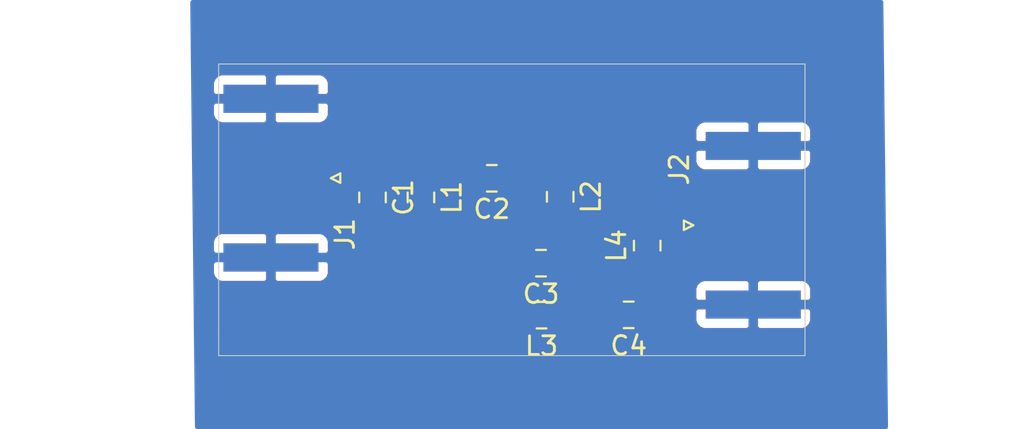
<source format=kicad_pcb>
(kicad_pcb (version 20171130) (host pcbnew "(6.0.0-rc1-dev-305-gf0b8b21)")

  (general
    (thickness 1.6)
    (drawings 5)
    (tracks 13)
    (zones 0)
    (modules 10)
    (nets 7)
  )

  (page A4)
  (layers
    (0 F.Cu signal)
    (31 B.Cu signal)
    (32 B.Adhes user)
    (33 F.Adhes user)
    (34 B.Paste user)
    (35 F.Paste user)
    (36 B.SilkS user)
    (37 F.SilkS user)
    (38 B.Mask user)
    (39 F.Mask user)
    (40 Dwgs.User user)
    (41 Cmts.User user)
    (42 Eco1.User user)
    (43 Eco2.User user)
    (44 Edge.Cuts user)
    (45 Margin user)
    (46 B.CrtYd user)
    (47 F.CrtYd user)
    (48 B.Fab user)
    (49 F.Fab user)
  )

  (setup
    (last_trace_width 0.25)
    (trace_clearance 0.2)
    (zone_clearance 0.508)
    (zone_45_only no)
    (trace_min 0.2)
    (via_size 0.8)
    (via_drill 0.4)
    (via_min_size 0.4)
    (via_min_drill 0.3)
    (uvia_size 0.3)
    (uvia_drill 0.1)
    (uvias_allowed no)
    (uvia_min_size 0.2)
    (uvia_min_drill 0.1)
    (edge_width 0.05)
    (segment_width 0.2)
    (pcb_text_width 0.3)
    (pcb_text_size 1.5 1.5)
    (mod_edge_width 0.12)
    (mod_text_size 1 1)
    (mod_text_width 0.15)
    (pad_size 1.524 1.524)
    (pad_drill 0.762)
    (pad_to_mask_clearance 0.2)
    (aux_axis_origin 0 0)
    (visible_elements FFFFFF7F)
    (pcbplotparams
      (layerselection 0x01000_ffffffff)
      (usegerberextensions false)
      (usegerberattributes false)
      (usegerberadvancedattributes false)
      (creategerberjobfile false)
      (excludeedgelayer true)
      (linewidth 0.100000)
      (plotframeref false)
      (viasonmask false)
      (mode 1)
      (useauxorigin false)
      (hpglpennumber 1)
      (hpglpenspeed 20)
      (hpglpendiameter 15.000000)
      (psnegative false)
      (psa4output false)
      (plotreference true)
      (plotvalue true)
      (plotinvisibletext false)
      (padsonsilk false)
      (subtractmaskfromsilk false)
      (outputformat 1)
      (mirror false)
      (drillshape 0)
      (scaleselection 1)
      (outputdirectory ""))
  )

  (net 0 "")
  (net 1 "Net-(C1-Pad1)")
  (net 2 GND)
  (net 3 "Net-(C2-Pad1)")
  (net 4 "Net-(C3-Pad1)")
  (net 5 "Net-(C4-Pad1)")
  (net 6 "Net-(J2-Pad1)")

  (net_class Default "This is the default net class."
    (clearance 0.2)
    (trace_width 0.25)
    (via_dia 0.8)
    (via_drill 0.4)
    (uvia_dia 0.3)
    (uvia_drill 0.1)
    (add_net GND)
    (add_net "Net-(C1-Pad1)")
    (add_net "Net-(C2-Pad1)")
    (add_net "Net-(C3-Pad1)")
    (add_net "Net-(C4-Pad1)")
    (add_net "Net-(J2-Pad1)")
  )

  (module Capacitor_SMD:C_0805_2012Metric_Pad1.15x1.40mm_HandSolder (layer F.Cu) (tedit 5B36C52B) (tstamp 5E1507B8)
    (at 133.5786 82.3304 270)
    (descr "Capacitor SMD 0805 (2012 Metric), square (rectangular) end terminal, IPC_7351 nominal with elongated pad for handsoldering. (Body size source: https://docs.google.com/spreadsheets/d/1BsfQQcO9C6DZCsRaXUlFlo91Tg2WpOkGARC1WS5S8t0/edit?usp=sharing), generated with kicad-footprint-generator")
    (tags "capacitor handsolder")
    (path /5E150013)
    (attr smd)
    (fp_text reference C1 (at 0 -1.65 270) (layer F.SilkS)
      (effects (font (size 1 1) (thickness 0.15)))
    )
    (fp_text value C (at 0 1.65 270) (layer F.Fab)
      (effects (font (size 1 1) (thickness 0.15)))
    )
    (fp_line (start -1 0.6) (end -1 -0.6) (layer F.Fab) (width 0.1))
    (fp_line (start -1 -0.6) (end 1 -0.6) (layer F.Fab) (width 0.1))
    (fp_line (start 1 -0.6) (end 1 0.6) (layer F.Fab) (width 0.1))
    (fp_line (start 1 0.6) (end -1 0.6) (layer F.Fab) (width 0.1))
    (fp_line (start -0.261252 -0.71) (end 0.261252 -0.71) (layer F.SilkS) (width 0.12))
    (fp_line (start -0.261252 0.71) (end 0.261252 0.71) (layer F.SilkS) (width 0.12))
    (fp_line (start -1.85 0.95) (end -1.85 -0.95) (layer F.CrtYd) (width 0.05))
    (fp_line (start -1.85 -0.95) (end 1.85 -0.95) (layer F.CrtYd) (width 0.05))
    (fp_line (start 1.85 -0.95) (end 1.85 0.95) (layer F.CrtYd) (width 0.05))
    (fp_line (start 1.85 0.95) (end -1.85 0.95) (layer F.CrtYd) (width 0.05))
    (fp_text user %R (at 0 0 270) (layer F.Fab)
      (effects (font (size 0.5 0.5) (thickness 0.08)))
    )
    (pad 1 smd roundrect (at -1.025 0 270) (size 1.15 1.4) (layers F.Cu F.Paste F.Mask) (roundrect_rratio 0.217391)
      (net 1 "Net-(C1-Pad1)"))
    (pad 2 smd roundrect (at 1.025 0 270) (size 1.15 1.4) (layers F.Cu F.Paste F.Mask) (roundrect_rratio 0.217391)
      (net 2 GND))
    (model ${KISYS3DMOD}/Capacitor_SMD.3dshapes/C_0805_2012Metric.wrl
      (at (xyz 0 0 0))
      (scale (xyz 1 1 1))
      (rotate (xyz 0 0 0))
    )
  )

  (module Capacitor_SMD:C_0805_2012Metric_Pad1.15x1.40mm_HandSolder (layer F.Cu) (tedit 5B36C52B) (tstamp 5E1507C9)
    (at 139.963 81.3054 180)
    (descr "Capacitor SMD 0805 (2012 Metric), square (rectangular) end terminal, IPC_7351 nominal with elongated pad for handsoldering. (Body size source: https://docs.google.com/spreadsheets/d/1BsfQQcO9C6DZCsRaXUlFlo91Tg2WpOkGARC1WS5S8t0/edit?usp=sharing), generated with kicad-footprint-generator")
    (tags "capacitor handsolder")
    (path /5E150376)
    (attr smd)
    (fp_text reference C2 (at 0 -1.65 180) (layer F.SilkS)
      (effects (font (size 1 1) (thickness 0.15)))
    )
    (fp_text value C (at 0 1.65 180) (layer F.Fab)
      (effects (font (size 1 1) (thickness 0.15)))
    )
    (fp_text user %R (at 0 0 180) (layer F.Fab)
      (effects (font (size 0.5 0.5) (thickness 0.08)))
    )
    (fp_line (start 1.85 0.95) (end -1.85 0.95) (layer F.CrtYd) (width 0.05))
    (fp_line (start 1.85 -0.95) (end 1.85 0.95) (layer F.CrtYd) (width 0.05))
    (fp_line (start -1.85 -0.95) (end 1.85 -0.95) (layer F.CrtYd) (width 0.05))
    (fp_line (start -1.85 0.95) (end -1.85 -0.95) (layer F.CrtYd) (width 0.05))
    (fp_line (start -0.261252 0.71) (end 0.261252 0.71) (layer F.SilkS) (width 0.12))
    (fp_line (start -0.261252 -0.71) (end 0.261252 -0.71) (layer F.SilkS) (width 0.12))
    (fp_line (start 1 0.6) (end -1 0.6) (layer F.Fab) (width 0.1))
    (fp_line (start 1 -0.6) (end 1 0.6) (layer F.Fab) (width 0.1))
    (fp_line (start -1 -0.6) (end 1 -0.6) (layer F.Fab) (width 0.1))
    (fp_line (start -1 0.6) (end -1 -0.6) (layer F.Fab) (width 0.1))
    (pad 2 smd roundrect (at 1.025 0 180) (size 1.15 1.4) (layers F.Cu F.Paste F.Mask) (roundrect_rratio 0.217391)
      (net 1 "Net-(C1-Pad1)"))
    (pad 1 smd roundrect (at -1.025 0 180) (size 1.15 1.4) (layers F.Cu F.Paste F.Mask) (roundrect_rratio 0.217391)
      (net 3 "Net-(C2-Pad1)"))
    (model ${KISYS3DMOD}/Capacitor_SMD.3dshapes/C_0805_2012Metric.wrl
      (at (xyz 0 0 0))
      (scale (xyz 1 1 1))
      (rotate (xyz 0 0 0))
    )
  )

  (module Capacitor_SMD:C_0805_2012Metric_Pad1.15x1.40mm_HandSolder (layer F.Cu) (tedit 5B36C52B) (tstamp 5E1507DA)
    (at 142.5956 85.852 180)
    (descr "Capacitor SMD 0805 (2012 Metric), square (rectangular) end terminal, IPC_7351 nominal with elongated pad for handsoldering. (Body size source: https://docs.google.com/spreadsheets/d/1BsfQQcO9C6DZCsRaXUlFlo91Tg2WpOkGARC1WS5S8t0/edit?usp=sharing), generated with kicad-footprint-generator")
    (tags "capacitor handsolder")
    (path /5E150479)
    (attr smd)
    (fp_text reference C3 (at 0 -1.65 180) (layer F.SilkS)
      (effects (font (size 1 1) (thickness 0.15)))
    )
    (fp_text value C (at 0 1.65 180) (layer F.Fab)
      (effects (font (size 1 1) (thickness 0.15)))
    )
    (fp_line (start -1 0.6) (end -1 -0.6) (layer F.Fab) (width 0.1))
    (fp_line (start -1 -0.6) (end 1 -0.6) (layer F.Fab) (width 0.1))
    (fp_line (start 1 -0.6) (end 1 0.6) (layer F.Fab) (width 0.1))
    (fp_line (start 1 0.6) (end -1 0.6) (layer F.Fab) (width 0.1))
    (fp_line (start -0.261252 -0.71) (end 0.261252 -0.71) (layer F.SilkS) (width 0.12))
    (fp_line (start -0.261252 0.71) (end 0.261252 0.71) (layer F.SilkS) (width 0.12))
    (fp_line (start -1.85 0.95) (end -1.85 -0.95) (layer F.CrtYd) (width 0.05))
    (fp_line (start -1.85 -0.95) (end 1.85 -0.95) (layer F.CrtYd) (width 0.05))
    (fp_line (start 1.85 -0.95) (end 1.85 0.95) (layer F.CrtYd) (width 0.05))
    (fp_line (start 1.85 0.95) (end -1.85 0.95) (layer F.CrtYd) (width 0.05))
    (fp_text user %R (at 0 0 180) (layer F.Fab)
      (effects (font (size 0.5 0.5) (thickness 0.08)))
    )
    (pad 1 smd roundrect (at -1.025 0 180) (size 1.15 1.4) (layers F.Cu F.Paste F.Mask) (roundrect_rratio 0.217391)
      (net 4 "Net-(C3-Pad1)"))
    (pad 2 smd roundrect (at 1.025 0 180) (size 1.15 1.4) (layers F.Cu F.Paste F.Mask) (roundrect_rratio 0.217391)
      (net 2 GND))
    (model ${KISYS3DMOD}/Capacitor_SMD.3dshapes/C_0805_2012Metric.wrl
      (at (xyz 0 0 0))
      (scale (xyz 1 1 1))
      (rotate (xyz 0 0 0))
    )
  )

  (module Capacitor_SMD:C_0805_2012Metric_Pad1.15x1.40mm_HandSolder (layer F.Cu) (tedit 5B36C52B) (tstamp 5E1507EB)
    (at 147.2856 88.6206 180)
    (descr "Capacitor SMD 0805 (2012 Metric), square (rectangular) end terminal, IPC_7351 nominal with elongated pad for handsoldering. (Body size source: https://docs.google.com/spreadsheets/d/1BsfQQcO9C6DZCsRaXUlFlo91Tg2WpOkGARC1WS5S8t0/edit?usp=sharing), generated with kicad-footprint-generator")
    (tags "capacitor handsolder")
    (path /5E150557)
    (attr smd)
    (fp_text reference C4 (at 0 -1.65 180) (layer F.SilkS)
      (effects (font (size 1 1) (thickness 0.15)))
    )
    (fp_text value C (at 0 1.65 180) (layer F.Fab)
      (effects (font (size 1 1) (thickness 0.15)))
    )
    (fp_text user %R (at 0 0 180) (layer F.Fab)
      (effects (font (size 0.5 0.5) (thickness 0.08)))
    )
    (fp_line (start 1.85 0.95) (end -1.85 0.95) (layer F.CrtYd) (width 0.05))
    (fp_line (start 1.85 -0.95) (end 1.85 0.95) (layer F.CrtYd) (width 0.05))
    (fp_line (start -1.85 -0.95) (end 1.85 -0.95) (layer F.CrtYd) (width 0.05))
    (fp_line (start -1.85 0.95) (end -1.85 -0.95) (layer F.CrtYd) (width 0.05))
    (fp_line (start -0.261252 0.71) (end 0.261252 0.71) (layer F.SilkS) (width 0.12))
    (fp_line (start -0.261252 -0.71) (end 0.261252 -0.71) (layer F.SilkS) (width 0.12))
    (fp_line (start 1 0.6) (end -1 0.6) (layer F.Fab) (width 0.1))
    (fp_line (start 1 -0.6) (end 1 0.6) (layer F.Fab) (width 0.1))
    (fp_line (start -1 -0.6) (end 1 -0.6) (layer F.Fab) (width 0.1))
    (fp_line (start -1 0.6) (end -1 -0.6) (layer F.Fab) (width 0.1))
    (pad 2 smd roundrect (at 1.025 0 180) (size 1.15 1.4) (layers F.Cu F.Paste F.Mask) (roundrect_rratio 0.217391)
      (net 4 "Net-(C3-Pad1)"))
    (pad 1 smd roundrect (at -1.025 0 180) (size 1.15 1.4) (layers F.Cu F.Paste F.Mask) (roundrect_rratio 0.217391)
      (net 5 "Net-(C4-Pad1)"))
    (model ${KISYS3DMOD}/Capacitor_SMD.3dshapes/C_0805_2012Metric.wrl
      (at (xyz 0 0 0))
      (scale (xyz 1 1 1))
      (rotate (xyz 0 0 0))
    )
  )

  (module Connector_Coaxial:SMA_Amphenol_132289_EdgeMount (layer F.Cu) (tedit 5A1C1810) (tstamp 5E15080E)
    (at 128.143 81.297001 180)
    (descr http://www.amphenolrf.com/132289.html)
    (tags SMA)
    (path /5E150695)
    (attr smd)
    (fp_text reference J1 (at -3.96 -3 270) (layer F.SilkS)
      (effects (font (size 1 1) (thickness 0.15)))
    )
    (fp_text value Conn_Coaxial (at 5 6 180) (layer F.Fab)
      (effects (font (size 1 1) (thickness 0.15)))
    )
    (fp_line (start -3.71 0.25) (end -3.21 0) (layer F.SilkS) (width 0.12))
    (fp_line (start -3.71 -0.25) (end -3.71 0.25) (layer F.SilkS) (width 0.12))
    (fp_line (start -3.21 0) (end -3.71 -0.25) (layer F.SilkS) (width 0.12))
    (fp_line (start 3.54 0) (end 2.54 0.75) (layer F.Fab) (width 0.1))
    (fp_line (start 2.54 -0.75) (end 3.54 0) (layer F.Fab) (width 0.1))
    (fp_text user %R (at 4.79 0 90) (layer F.Fab)
      (effects (font (size 1 1) (thickness 0.15)))
    )
    (fp_line (start 14.47 -5.58) (end -3.04 -5.58) (layer F.CrtYd) (width 0.05))
    (fp_line (start 14.47 -5.58) (end 14.47 5.58) (layer F.CrtYd) (width 0.05))
    (fp_line (start 14.47 5.58) (end -3.04 5.58) (layer F.CrtYd) (width 0.05))
    (fp_line (start -3.04 5.58) (end -3.04 -5.58) (layer F.CrtYd) (width 0.05))
    (fp_line (start 14.47 -5.58) (end -3.04 -5.58) (layer B.CrtYd) (width 0.05))
    (fp_line (start 14.47 -5.58) (end 14.47 5.58) (layer B.CrtYd) (width 0.05))
    (fp_line (start 14.47 5.58) (end -3.04 5.58) (layer B.CrtYd) (width 0.05))
    (fp_line (start -3.04 5.58) (end -3.04 -5.58) (layer B.CrtYd) (width 0.05))
    (fp_line (start 4.445 -3.81) (end 13.97 -3.81) (layer F.Fab) (width 0.1))
    (fp_line (start 13.97 -3.81) (end 13.97 3.81) (layer F.Fab) (width 0.1))
    (fp_line (start 13.97 3.81) (end 4.445 3.81) (layer F.Fab) (width 0.1))
    (fp_line (start 4.445 5.08) (end 4.445 3.81) (layer F.Fab) (width 0.1))
    (fp_line (start 4.445 -3.81) (end 4.445 -5.08) (layer F.Fab) (width 0.1))
    (fp_line (start -1.91 -5.08) (end 4.445 -5.08) (layer F.Fab) (width 0.1))
    (fp_line (start -1.91 -5.08) (end -1.91 -3.81) (layer F.Fab) (width 0.1))
    (fp_line (start -1.91 -3.81) (end 2.54 -3.81) (layer F.Fab) (width 0.1))
    (fp_line (start 2.54 -3.81) (end 2.54 3.81) (layer F.Fab) (width 0.1))
    (fp_line (start 2.54 3.81) (end -1.91 3.81) (layer F.Fab) (width 0.1))
    (fp_line (start -1.91 3.81) (end -1.91 5.08) (layer F.Fab) (width 0.1))
    (fp_line (start -1.91 5.08) (end 4.445 5.08) (layer F.Fab) (width 0.1))
    (pad 2 smd rect (at 0 4.25 270) (size 1.5 5.08) (layers B.Cu B.Paste B.Mask)
      (net 2 GND))
    (pad 2 smd rect (at 0 -4.25 270) (size 1.5 5.08) (layers B.Cu B.Paste B.Mask)
      (net 2 GND))
    (pad 2 smd rect (at 0 4.25 270) (size 1.5 5.08) (layers F.Cu F.Paste F.Mask)
      (net 2 GND))
    (pad 2 smd rect (at 0 -4.25 270) (size 1.5 5.08) (layers F.Cu F.Paste F.Mask)
      (net 2 GND))
    (pad 1 smd rect (at 0 0 270) (size 1.5 5.08) (layers F.Cu F.Paste F.Mask)
      (net 1 "Net-(C1-Pad1)"))
    (model ${KISYS3DMOD}/Connector_Coaxial.3dshapes/SMA_Amphenol_132289_EdgeMount.wrl
      (at (xyz 0 0 0))
      (scale (xyz 1 1 1))
      (rotate (xyz 0 0 0))
    )
  )

  (module Connector_Coaxial:SMA_Amphenol_132289_EdgeMount (layer F.Cu) (tedit 5A1C1810) (tstamp 5E150831)
    (at 153.9494 83.82)
    (descr http://www.amphenolrf.com/132289.html)
    (tags SMA)
    (path /5E150C14)
    (attr smd)
    (fp_text reference J2 (at -3.96 -3 90) (layer F.SilkS)
      (effects (font (size 1 1) (thickness 0.15)))
    )
    (fp_text value Conn_Coaxial (at 5 6) (layer F.Fab)
      (effects (font (size 1 1) (thickness 0.15)))
    )
    (fp_line (start -1.91 5.08) (end 4.445 5.08) (layer F.Fab) (width 0.1))
    (fp_line (start -1.91 3.81) (end -1.91 5.08) (layer F.Fab) (width 0.1))
    (fp_line (start 2.54 3.81) (end -1.91 3.81) (layer F.Fab) (width 0.1))
    (fp_line (start 2.54 -3.81) (end 2.54 3.81) (layer F.Fab) (width 0.1))
    (fp_line (start -1.91 -3.81) (end 2.54 -3.81) (layer F.Fab) (width 0.1))
    (fp_line (start -1.91 -5.08) (end -1.91 -3.81) (layer F.Fab) (width 0.1))
    (fp_line (start -1.91 -5.08) (end 4.445 -5.08) (layer F.Fab) (width 0.1))
    (fp_line (start 4.445 -3.81) (end 4.445 -5.08) (layer F.Fab) (width 0.1))
    (fp_line (start 4.445 5.08) (end 4.445 3.81) (layer F.Fab) (width 0.1))
    (fp_line (start 13.97 3.81) (end 4.445 3.81) (layer F.Fab) (width 0.1))
    (fp_line (start 13.97 -3.81) (end 13.97 3.81) (layer F.Fab) (width 0.1))
    (fp_line (start 4.445 -3.81) (end 13.97 -3.81) (layer F.Fab) (width 0.1))
    (fp_line (start -3.04 5.58) (end -3.04 -5.58) (layer B.CrtYd) (width 0.05))
    (fp_line (start 14.47 5.58) (end -3.04 5.58) (layer B.CrtYd) (width 0.05))
    (fp_line (start 14.47 -5.58) (end 14.47 5.58) (layer B.CrtYd) (width 0.05))
    (fp_line (start 14.47 -5.58) (end -3.04 -5.58) (layer B.CrtYd) (width 0.05))
    (fp_line (start -3.04 5.58) (end -3.04 -5.58) (layer F.CrtYd) (width 0.05))
    (fp_line (start 14.47 5.58) (end -3.04 5.58) (layer F.CrtYd) (width 0.05))
    (fp_line (start 14.47 -5.58) (end 14.47 5.58) (layer F.CrtYd) (width 0.05))
    (fp_line (start 14.47 -5.58) (end -3.04 -5.58) (layer F.CrtYd) (width 0.05))
    (fp_text user %R (at 4.79 0 270) (layer F.Fab)
      (effects (font (size 1 1) (thickness 0.15)))
    )
    (fp_line (start 2.54 -0.75) (end 3.54 0) (layer F.Fab) (width 0.1))
    (fp_line (start 3.54 0) (end 2.54 0.75) (layer F.Fab) (width 0.1))
    (fp_line (start -3.21 0) (end -3.71 -0.25) (layer F.SilkS) (width 0.12))
    (fp_line (start -3.71 -0.25) (end -3.71 0.25) (layer F.SilkS) (width 0.12))
    (fp_line (start -3.71 0.25) (end -3.21 0) (layer F.SilkS) (width 0.12))
    (pad 1 smd rect (at 0 0 90) (size 1.5 5.08) (layers F.Cu F.Paste F.Mask)
      (net 6 "Net-(J2-Pad1)"))
    (pad 2 smd rect (at 0 -4.25 90) (size 1.5 5.08) (layers F.Cu F.Paste F.Mask)
      (net 2 GND))
    (pad 2 smd rect (at 0 4.25 90) (size 1.5 5.08) (layers F.Cu F.Paste F.Mask)
      (net 2 GND))
    (pad 2 smd rect (at 0 -4.25 90) (size 1.5 5.08) (layers B.Cu B.Paste B.Mask)
      (net 2 GND))
    (pad 2 smd rect (at 0 4.25 90) (size 1.5 5.08) (layers B.Cu B.Paste B.Mask)
      (net 2 GND))
    (model ${KISYS3DMOD}/Connector_Coaxial.3dshapes/SMA_Amphenol_132289_EdgeMount.wrl
      (at (xyz 0 0 0))
      (scale (xyz 1 1 1))
      (rotate (xyz 0 0 0))
    )
  )

  (module Inductor_SMD:L_0805_2012Metric_Pad1.15x1.40mm_HandSolder (layer F.Cu) (tedit 5B36C52B) (tstamp 5E150842)
    (at 136.1694 82.3304 270)
    (descr "Capacitor SMD 0805 (2012 Metric), square (rectangular) end terminal, IPC_7351 nominal with elongated pad for handsoldering. (Body size source: https://docs.google.com/spreadsheets/d/1BsfQQcO9C6DZCsRaXUlFlo91Tg2WpOkGARC1WS5S8t0/edit?usp=sharing), generated with kicad-footprint-generator")
    (tags "inductor handsolder")
    (path /5E14FFB1)
    (attr smd)
    (fp_text reference L1 (at 0 -1.65 270) (layer F.SilkS)
      (effects (font (size 1 1) (thickness 0.15)))
    )
    (fp_text value INDUCTOR (at 0 1.65 270) (layer F.Fab)
      (effects (font (size 1 1) (thickness 0.15)))
    )
    (fp_line (start -1 0.6) (end -1 -0.6) (layer F.Fab) (width 0.1))
    (fp_line (start -1 -0.6) (end 1 -0.6) (layer F.Fab) (width 0.1))
    (fp_line (start 1 -0.6) (end 1 0.6) (layer F.Fab) (width 0.1))
    (fp_line (start 1 0.6) (end -1 0.6) (layer F.Fab) (width 0.1))
    (fp_line (start -0.261252 -0.71) (end 0.261252 -0.71) (layer F.SilkS) (width 0.12))
    (fp_line (start -0.261252 0.71) (end 0.261252 0.71) (layer F.SilkS) (width 0.12))
    (fp_line (start -1.85 0.95) (end -1.85 -0.95) (layer F.CrtYd) (width 0.05))
    (fp_line (start -1.85 -0.95) (end 1.85 -0.95) (layer F.CrtYd) (width 0.05))
    (fp_line (start 1.85 -0.95) (end 1.85 0.95) (layer F.CrtYd) (width 0.05))
    (fp_line (start 1.85 0.95) (end -1.85 0.95) (layer F.CrtYd) (width 0.05))
    (fp_text user %R (at 0 0 270) (layer F.Fab)
      (effects (font (size 0.5 0.5) (thickness 0.08)))
    )
    (pad 1 smd roundrect (at -1.025 0 270) (size 1.15 1.4) (layers F.Cu F.Paste F.Mask) (roundrect_rratio 0.217391)
      (net 1 "Net-(C1-Pad1)"))
    (pad 2 smd roundrect (at 1.025 0 270) (size 1.15 1.4) (layers F.Cu F.Paste F.Mask) (roundrect_rratio 0.217391)
      (net 2 GND))
    (model ${KISYS3DMOD}/Inductor_SMD.3dshapes/L_0805_2012Metric.wrl
      (at (xyz 0 0 0))
      (scale (xyz 1 1 1))
      (rotate (xyz 0 0 0))
    )
  )

  (module Inductor_SMD:L_0805_2012Metric_Pad1.15x1.40mm_HandSolder (layer F.Cu) (tedit 5B36C52B) (tstamp 5E150853)
    (at 143.6206 82.296 270)
    (descr "Capacitor SMD 0805 (2012 Metric), square (rectangular) end terminal, IPC_7351 nominal with elongated pad for handsoldering. (Body size source: https://docs.google.com/spreadsheets/d/1BsfQQcO9C6DZCsRaXUlFlo91Tg2WpOkGARC1WS5S8t0/edit?usp=sharing), generated with kicad-footprint-generator")
    (tags "inductor handsolder")
    (path /5E150064)
    (attr smd)
    (fp_text reference L2 (at 0 -1.65 270) (layer F.SilkS)
      (effects (font (size 1 1) (thickness 0.15)))
    )
    (fp_text value INDUCTOR (at 0 1.65 270) (layer F.Fab)
      (effects (font (size 1 1) (thickness 0.15)))
    )
    (fp_text user %R (at 0 0 270) (layer F.Fab)
      (effects (font (size 0.5 0.5) (thickness 0.08)))
    )
    (fp_line (start 1.85 0.95) (end -1.85 0.95) (layer F.CrtYd) (width 0.05))
    (fp_line (start 1.85 -0.95) (end 1.85 0.95) (layer F.CrtYd) (width 0.05))
    (fp_line (start -1.85 -0.95) (end 1.85 -0.95) (layer F.CrtYd) (width 0.05))
    (fp_line (start -1.85 0.95) (end -1.85 -0.95) (layer F.CrtYd) (width 0.05))
    (fp_line (start -0.261252 0.71) (end 0.261252 0.71) (layer F.SilkS) (width 0.12))
    (fp_line (start -0.261252 -0.71) (end 0.261252 -0.71) (layer F.SilkS) (width 0.12))
    (fp_line (start 1 0.6) (end -1 0.6) (layer F.Fab) (width 0.1))
    (fp_line (start 1 -0.6) (end 1 0.6) (layer F.Fab) (width 0.1))
    (fp_line (start -1 -0.6) (end 1 -0.6) (layer F.Fab) (width 0.1))
    (fp_line (start -1 0.6) (end -1 -0.6) (layer F.Fab) (width 0.1))
    (pad 2 smd roundrect (at 1.025 0 270) (size 1.15 1.4) (layers F.Cu F.Paste F.Mask) (roundrect_rratio 0.217391)
      (net 4 "Net-(C3-Pad1)"))
    (pad 1 smd roundrect (at -1.025 0 270) (size 1.15 1.4) (layers F.Cu F.Paste F.Mask) (roundrect_rratio 0.217391)
      (net 3 "Net-(C2-Pad1)"))
    (model ${KISYS3DMOD}/Inductor_SMD.3dshapes/L_0805_2012Metric.wrl
      (at (xyz 0 0 0))
      (scale (xyz 1 1 1))
      (rotate (xyz 0 0 0))
    )
  )

  (module Inductor_SMD:L_0805_2012Metric_Pad1.15x1.40mm_HandSolder (layer F.Cu) (tedit 5B36C52B) (tstamp 5E150864)
    (at 142.621 88.637 180)
    (descr "Capacitor SMD 0805 (2012 Metric), square (rectangular) end terminal, IPC_7351 nominal with elongated pad for handsoldering. (Body size source: https://docs.google.com/spreadsheets/d/1BsfQQcO9C6DZCsRaXUlFlo91Tg2WpOkGARC1WS5S8t0/edit?usp=sharing), generated with kicad-footprint-generator")
    (tags "inductor handsolder")
    (path /5E150472)
    (attr smd)
    (fp_text reference L3 (at 0 -1.65 180) (layer F.SilkS)
      (effects (font (size 1 1) (thickness 0.15)))
    )
    (fp_text value INDUCTOR (at 0 1.65 180) (layer F.Fab)
      (effects (font (size 1 1) (thickness 0.15)))
    )
    (fp_line (start -1 0.6) (end -1 -0.6) (layer F.Fab) (width 0.1))
    (fp_line (start -1 -0.6) (end 1 -0.6) (layer F.Fab) (width 0.1))
    (fp_line (start 1 -0.6) (end 1 0.6) (layer F.Fab) (width 0.1))
    (fp_line (start 1 0.6) (end -1 0.6) (layer F.Fab) (width 0.1))
    (fp_line (start -0.261252 -0.71) (end 0.261252 -0.71) (layer F.SilkS) (width 0.12))
    (fp_line (start -0.261252 0.71) (end 0.261252 0.71) (layer F.SilkS) (width 0.12))
    (fp_line (start -1.85 0.95) (end -1.85 -0.95) (layer F.CrtYd) (width 0.05))
    (fp_line (start -1.85 -0.95) (end 1.85 -0.95) (layer F.CrtYd) (width 0.05))
    (fp_line (start 1.85 -0.95) (end 1.85 0.95) (layer F.CrtYd) (width 0.05))
    (fp_line (start 1.85 0.95) (end -1.85 0.95) (layer F.CrtYd) (width 0.05))
    (fp_text user %R (at 0 0 180) (layer F.Fab)
      (effects (font (size 0.5 0.5) (thickness 0.08)))
    )
    (pad 1 smd roundrect (at -1.025 0 180) (size 1.15 1.4) (layers F.Cu F.Paste F.Mask) (roundrect_rratio 0.217391)
      (net 4 "Net-(C3-Pad1)"))
    (pad 2 smd roundrect (at 1.025 0 180) (size 1.15 1.4) (layers F.Cu F.Paste F.Mask) (roundrect_rratio 0.217391)
      (net 2 GND))
    (model ${KISYS3DMOD}/Inductor_SMD.3dshapes/L_0805_2012Metric.wrl
      (at (xyz 0 0 0))
      (scale (xyz 1 1 1))
      (rotate (xyz 0 0 0))
    )
  )

  (module Inductor_SMD:L_0805_2012Metric_Pad1.15x1.40mm_HandSolder (layer F.Cu) (tedit 5B36C52B) (tstamp 5E150875)
    (at 148.2762 84.9122 90)
    (descr "Capacitor SMD 0805 (2012 Metric), square (rectangular) end terminal, IPC_7351 nominal with elongated pad for handsoldering. (Body size source: https://docs.google.com/spreadsheets/d/1BsfQQcO9C6DZCsRaXUlFlo91Tg2WpOkGARC1WS5S8t0/edit?usp=sharing), generated with kicad-footprint-generator")
    (tags "inductor handsolder")
    (path /5E150550)
    (attr smd)
    (fp_text reference L4 (at 0 -1.65 90) (layer F.SilkS)
      (effects (font (size 1 1) (thickness 0.15)))
    )
    (fp_text value INDUCTOR (at 0 1.65 90) (layer F.Fab)
      (effects (font (size 1 1) (thickness 0.15)))
    )
    (fp_text user %R (at 0 0 90) (layer F.Fab)
      (effects (font (size 0.5 0.5) (thickness 0.08)))
    )
    (fp_line (start 1.85 0.95) (end -1.85 0.95) (layer F.CrtYd) (width 0.05))
    (fp_line (start 1.85 -0.95) (end 1.85 0.95) (layer F.CrtYd) (width 0.05))
    (fp_line (start -1.85 -0.95) (end 1.85 -0.95) (layer F.CrtYd) (width 0.05))
    (fp_line (start -1.85 0.95) (end -1.85 -0.95) (layer F.CrtYd) (width 0.05))
    (fp_line (start -0.261252 0.71) (end 0.261252 0.71) (layer F.SilkS) (width 0.12))
    (fp_line (start -0.261252 -0.71) (end 0.261252 -0.71) (layer F.SilkS) (width 0.12))
    (fp_line (start 1 0.6) (end -1 0.6) (layer F.Fab) (width 0.1))
    (fp_line (start 1 -0.6) (end 1 0.6) (layer F.Fab) (width 0.1))
    (fp_line (start -1 -0.6) (end 1 -0.6) (layer F.Fab) (width 0.1))
    (fp_line (start -1 0.6) (end -1 -0.6) (layer F.Fab) (width 0.1))
    (pad 2 smd roundrect (at 1.025 0 90) (size 1.15 1.4) (layers F.Cu F.Paste F.Mask) (roundrect_rratio 0.217391)
      (net 6 "Net-(J2-Pad1)"))
    (pad 1 smd roundrect (at -1.025 0 90) (size 1.15 1.4) (layers F.Cu F.Paste F.Mask) (roundrect_rratio 0.217391)
      (net 5 "Net-(C4-Pad1)"))
    (model ${KISYS3DMOD}/Inductor_SMD.3dshapes/L_0805_2012Metric.wrl
      (at (xyz 0 0 0))
      (scale (xyz 1 1 1))
      (rotate (xyz 0 0 0))
    )
  )

  (gr_line (start 156.718 75.184) (end 125.349 75.184) (layer Edge.Cuts) (width 0.05))
  (gr_line (start 156.718 90.805) (end 156.718 75.184) (layer Edge.Cuts) (width 0.05))
  (gr_line (start 125.349 90.805) (end 156.718 90.805) (layer Edge.Cuts) (width 0.05))
  (gr_line (start 125.349 89.662) (end 125.349 90.805) (layer Edge.Cuts) (width 0.05))
  (gr_line (start 125.349 75.184) (end 125.349 89.662) (layer Edge.Cuts) (width 0.05))

  (segment (start 138.929601 81.297001) (end 138.938 81.3054) (width 0.25) (layer F.Cu) (net 1))
  (segment (start 128.143 81.297001) (end 138.929601 81.297001) (width 0.25) (layer F.Cu) (net 1))
  (segment (start 143.5862 81.3054) (end 143.6206 81.271) (width 0.25) (layer F.Cu) (net 3))
  (segment (start 140.988 81.3054) (end 143.5862 81.3054) (width 0.25) (layer F.Cu) (net 3))
  (segment (start 143.6206 83.321) (end 143.6206 85.852) (width 0.25) (layer F.Cu) (net 4))
  (segment (start 146.2442 88.637) (end 146.2606 88.6206) (width 0.25) (layer F.Cu) (net 4))
  (segment (start 143.646 88.637) (end 146.2442 88.637) (width 0.25) (layer F.Cu) (net 4))
  (segment (start 143.6206 88.6116) (end 143.646 88.637) (width 0.25) (layer F.Cu) (net 4))
  (segment (start 143.6206 85.852) (end 143.6206 88.6116) (width 0.25) (layer F.Cu) (net 4))
  (segment (start 148.3106 85.9716) (end 148.2762 85.9372) (width 0.25) (layer F.Cu) (net 5))
  (segment (start 148.3106 88.6206) (end 148.3106 85.9716) (width 0.25) (layer F.Cu) (net 5))
  (segment (start 153.8822 83.8872) (end 153.9494 83.82) (width 0.25) (layer F.Cu) (net 6))
  (segment (start 148.2762 83.8872) (end 153.8822 83.8872) (width 0.25) (layer F.Cu) (net 6))

  (zone (net 2) (net_name GND) (layer F.Cu) (tstamp 5E1516CD) (hatch edge 0.508)
    (connect_pads (clearance 0.508))
    (min_thickness 0.254)
    (fill yes (arc_segments 16) (thermal_gap 0.508) (thermal_bridge_width 0.508))
    (polygon
      (pts
        (xy 124.333 71.755) (xy 124.206 94.234) (xy 160.655 94.361) (xy 160.655 71.755)
      )
    )
    (filled_polygon
      (pts
        (xy 160.528 94.233557) (xy 124.333717 94.107444) (xy 124.363008 88.92275) (xy 140.386 88.92275) (xy 140.386 89.46331)
        (xy 140.482673 89.696699) (xy 140.661302 89.875327) (xy 140.894691 89.972) (xy 141.31025 89.972) (xy 141.469 89.81325)
        (xy 141.469 88.764) (xy 140.54475 88.764) (xy 140.386 88.92275) (xy 124.363008 88.92275) (xy 124.36929 87.81069)
        (xy 140.386 87.81069) (xy 140.386 88.35125) (xy 140.54475 88.51) (xy 141.469 88.51) (xy 141.469 87.46075)
        (xy 141.31025 87.302) (xy 140.894691 87.302) (xy 140.661302 87.398673) (xy 140.482673 87.577301) (xy 140.386 87.81069)
        (xy 124.36929 87.81069) (xy 124.380466 85.832751) (xy 124.968 85.832751) (xy 124.968 86.42331) (xy 125.064673 86.656699)
        (xy 125.243301 86.835328) (xy 125.47669 86.932001) (xy 127.85725 86.932001) (xy 128.016 86.773251) (xy 128.016 85.674001)
        (xy 128.27 85.674001) (xy 128.27 86.773251) (xy 128.42875 86.932001) (xy 130.80931 86.932001) (xy 131.042699 86.835328)
        (xy 131.221327 86.656699) (xy 131.318 86.42331) (xy 131.318 86.13775) (xy 140.3606 86.13775) (xy 140.3606 86.67831)
        (xy 140.457273 86.911699) (xy 140.635902 87.090327) (xy 140.869291 87.187) (xy 141.28485 87.187) (xy 141.4436 87.02825)
        (xy 141.4436 85.979) (xy 140.51935 85.979) (xy 140.3606 86.13775) (xy 131.318 86.13775) (xy 131.318 85.832751)
        (xy 131.15925 85.674001) (xy 128.27 85.674001) (xy 128.016 85.674001) (xy 125.12675 85.674001) (xy 124.968 85.832751)
        (xy 124.380466 85.832751) (xy 124.387031 84.670692) (xy 124.968 84.670692) (xy 124.968 85.261251) (xy 125.12675 85.420001)
        (xy 128.016 85.420001) (xy 128.016 84.320751) (xy 128.27 84.320751) (xy 128.27 85.420001) (xy 131.15925 85.420001)
        (xy 131.318 85.261251) (xy 131.318 85.02569) (xy 140.3606 85.02569) (xy 140.3606 85.56625) (xy 140.51935 85.725)
        (xy 141.4436 85.725) (xy 141.4436 84.67575) (xy 141.28485 84.517) (xy 140.869291 84.517) (xy 140.635902 84.613673)
        (xy 140.457273 84.792301) (xy 140.3606 85.02569) (xy 131.318 85.02569) (xy 131.318 84.670692) (xy 131.221327 84.437303)
        (xy 131.042699 84.258674) (xy 130.80931 84.162001) (xy 128.42875 84.162001) (xy 128.27 84.320751) (xy 128.016 84.320751)
        (xy 127.85725 84.162001) (xy 125.47669 84.162001) (xy 125.243301 84.258674) (xy 125.064673 84.437303) (xy 124.968 84.670692)
        (xy 124.387031 84.670692) (xy 124.392847 83.64115) (xy 132.2436 83.64115) (xy 132.2436 84.056709) (xy 132.340273 84.290098)
        (xy 132.518901 84.468727) (xy 132.75229 84.5654) (xy 133.29285 84.5654) (xy 133.4516 84.40665) (xy 133.4516 83.4824)
        (xy 133.7056 83.4824) (xy 133.7056 84.40665) (xy 133.86435 84.5654) (xy 134.40491 84.5654) (xy 134.638299 84.468727)
        (xy 134.816927 84.290098) (xy 134.874 84.152312) (xy 134.931073 84.290098) (xy 135.109701 84.468727) (xy 135.34309 84.5654)
        (xy 135.88365 84.5654) (xy 136.0424 84.40665) (xy 136.0424 83.4824) (xy 136.2964 83.4824) (xy 136.2964 84.40665)
        (xy 136.45515 84.5654) (xy 136.99571 84.5654) (xy 137.229099 84.468727) (xy 137.407727 84.290098) (xy 137.5044 84.056709)
        (xy 137.5044 83.64115) (xy 137.34565 83.4824) (xy 136.2964 83.4824) (xy 136.0424 83.4824) (xy 134.99315 83.4824)
        (xy 134.874 83.60155) (xy 134.75485 83.4824) (xy 133.7056 83.4824) (xy 133.4516 83.4824) (xy 132.40235 83.4824)
        (xy 132.2436 83.64115) (xy 124.392847 83.64115) (xy 124.410329 80.547001) (xy 124.95556 80.547001) (xy 124.95556 82.047001)
        (xy 125.004843 82.294766) (xy 125.145191 82.50481) (xy 125.355235 82.645158) (xy 125.603 82.694441) (xy 130.683 82.694441)
        (xy 130.930765 82.645158) (xy 131.140809 82.50481) (xy 131.281157 82.294766) (xy 131.328451 82.057001) (xy 132.355042 82.057001)
        (xy 132.494014 82.264986) (xy 132.495197 82.265777) (xy 132.340273 82.420702) (xy 132.2436 82.654091) (xy 132.2436 83.06965)
        (xy 132.40235 83.2284) (xy 133.4516 83.2284) (xy 133.4516 83.2084) (xy 133.7056 83.2084) (xy 133.7056 83.2284)
        (xy 134.75485 83.2284) (xy 134.874 83.10925) (xy 134.99315 83.2284) (xy 136.0424 83.2284) (xy 136.0424 83.2084)
        (xy 136.2964 83.2084) (xy 136.2964 83.2284) (xy 137.34565 83.2284) (xy 137.5044 83.06965) (xy 137.5044 82.654091)
        (xy 137.407727 82.420702) (xy 137.252803 82.265777) (xy 137.253986 82.264986) (xy 137.392958 82.057001) (xy 137.775552 82.057001)
        (xy 137.783873 82.098836) (xy 137.978414 82.389986) (xy 138.269564 82.584527) (xy 138.612999 82.65284) (xy 139.263001 82.65284)
        (xy 139.606436 82.584527) (xy 139.897586 82.389986) (xy 139.963 82.292087) (xy 140.028414 82.389986) (xy 140.319564 82.584527)
        (xy 140.662999 82.65284) (xy 141.313001 82.65284) (xy 141.656436 82.584527) (xy 141.947586 82.389986) (xy 142.142127 82.098836)
        (xy 142.148778 82.0654) (xy 142.42564 82.0654) (xy 142.536014 82.230586) (xy 142.633913 82.296) (xy 142.536014 82.361414)
        (xy 142.341473 82.652564) (xy 142.27316 82.995999) (xy 142.27316 83.646001) (xy 142.341473 83.989436) (xy 142.536014 84.280586)
        (xy 142.827164 84.475127) (xy 142.8606 84.481778) (xy 142.860601 84.634054) (xy 142.661014 84.767414) (xy 142.660223 84.768597)
        (xy 142.505298 84.613673) (xy 142.271909 84.517) (xy 141.85635 84.517) (xy 141.6976 84.67575) (xy 141.6976 85.725)
        (xy 141.7176 85.725) (xy 141.7176 85.979) (xy 141.6976 85.979) (xy 141.6976 87.02825) (xy 141.85635 87.187)
        (xy 142.271909 87.187) (xy 142.505298 87.090327) (xy 142.660223 86.935403) (xy 142.661014 86.936586) (xy 142.8606 87.069946)
        (xy 142.860601 87.436026) (xy 142.686414 87.552414) (xy 142.685623 87.553597) (xy 142.530698 87.398673) (xy 142.297309 87.302)
        (xy 141.88175 87.302) (xy 141.723 87.46075) (xy 141.723 88.51) (xy 141.743 88.51) (xy 141.743 88.764)
        (xy 141.723 88.764) (xy 141.723 89.81325) (xy 141.88175 89.972) (xy 142.297309 89.972) (xy 142.530698 89.875327)
        (xy 142.685623 89.720403) (xy 142.686414 89.721586) (xy 142.977564 89.916127) (xy 143.320999 89.98444) (xy 143.971001 89.98444)
        (xy 144.314436 89.916127) (xy 144.605586 89.721586) (xy 144.800127 89.430436) (xy 144.806778 89.397) (xy 145.103084 89.397)
        (xy 145.106473 89.414036) (xy 145.301014 89.705186) (xy 145.592164 89.899727) (xy 145.935599 89.96804) (xy 146.585601 89.96804)
        (xy 146.929036 89.899727) (xy 147.220186 89.705186) (xy 147.2856 89.607287) (xy 147.351014 89.705186) (xy 147.642164 89.899727)
        (xy 147.985599 89.96804) (xy 148.635601 89.96804) (xy 148.979036 89.899727) (xy 149.270186 89.705186) (xy 149.464727 89.414036)
        (xy 149.53304 89.070601) (xy 149.53304 88.35575) (xy 150.7744 88.35575) (xy 150.7744 88.946309) (xy 150.871073 89.179698)
        (xy 151.049701 89.358327) (xy 151.28309 89.455) (xy 153.66365 89.455) (xy 153.8224 89.29625) (xy 153.8224 88.197)
        (xy 154.0764 88.197) (xy 154.0764 89.29625) (xy 154.23515 89.455) (xy 156.61571 89.455) (xy 156.849099 89.358327)
        (xy 157.027727 89.179698) (xy 157.1244 88.946309) (xy 157.1244 88.35575) (xy 156.96565 88.197) (xy 154.0764 88.197)
        (xy 153.8224 88.197) (xy 150.93315 88.197) (xy 150.7744 88.35575) (xy 149.53304 88.35575) (xy 149.53304 88.170599)
        (xy 149.464727 87.827164) (xy 149.270186 87.536014) (xy 149.0706 87.402654) (xy 149.0706 87.193691) (xy 150.7744 87.193691)
        (xy 150.7744 87.78425) (xy 150.93315 87.943) (xy 153.8224 87.943) (xy 153.8224 86.84375) (xy 154.0764 86.84375)
        (xy 154.0764 87.943) (xy 156.96565 87.943) (xy 157.1244 87.78425) (xy 157.1244 87.193691) (xy 157.027727 86.960302)
        (xy 156.849099 86.781673) (xy 156.61571 86.685) (xy 154.23515 86.685) (xy 154.0764 86.84375) (xy 153.8224 86.84375)
        (xy 153.66365 86.685) (xy 151.28309 86.685) (xy 151.049701 86.781673) (xy 150.871073 86.960302) (xy 150.7744 87.193691)
        (xy 149.0706 87.193691) (xy 149.0706 87.090683) (xy 149.360786 86.896786) (xy 149.555327 86.605636) (xy 149.62364 86.262201)
        (xy 149.62364 85.612199) (xy 149.555327 85.268764) (xy 149.360786 84.977614) (xy 149.262887 84.9122) (xy 149.360786 84.846786)
        (xy 149.494146 84.6472) (xy 150.777316 84.6472) (xy 150.811243 84.817765) (xy 150.951591 85.027809) (xy 151.161635 85.168157)
        (xy 151.4094 85.21744) (xy 156.4894 85.21744) (xy 156.737165 85.168157) (xy 156.947209 85.027809) (xy 157.087557 84.817765)
        (xy 157.13684 84.57) (xy 157.13684 83.07) (xy 157.087557 82.822235) (xy 156.947209 82.612191) (xy 156.737165 82.471843)
        (xy 156.4894 82.42256) (xy 151.4094 82.42256) (xy 151.161635 82.471843) (xy 150.951591 82.612191) (xy 150.811243 82.822235)
        (xy 150.76196 83.07) (xy 150.76196 83.1272) (xy 149.494146 83.1272) (xy 149.360786 82.927614) (xy 149.069636 82.733073)
        (xy 148.726201 82.66476) (xy 147.826199 82.66476) (xy 147.482764 82.733073) (xy 147.191614 82.927614) (xy 146.997073 83.218764)
        (xy 146.92876 83.562199) (xy 146.92876 84.212201) (xy 146.997073 84.555636) (xy 147.191614 84.846786) (xy 147.289513 84.9122)
        (xy 147.191614 84.977614) (xy 146.997073 85.268764) (xy 146.92876 85.612199) (xy 146.92876 86.262201) (xy 146.997073 86.605636)
        (xy 147.191614 86.896786) (xy 147.482764 87.091327) (xy 147.550601 87.10482) (xy 147.5506 87.402654) (xy 147.351014 87.536014)
        (xy 147.2856 87.633913) (xy 147.220186 87.536014) (xy 146.929036 87.341473) (xy 146.585601 87.27316) (xy 145.935599 87.27316)
        (xy 145.592164 87.341473) (xy 145.301014 87.536014) (xy 145.106473 87.827164) (xy 145.09656 87.877) (xy 144.806778 87.877)
        (xy 144.800127 87.843564) (xy 144.605586 87.552414) (xy 144.3806 87.402083) (xy 144.3806 87.069946) (xy 144.580186 86.936586)
        (xy 144.774727 86.645436) (xy 144.84304 86.302001) (xy 144.84304 85.401999) (xy 144.774727 85.058564) (xy 144.580186 84.767414)
        (xy 144.3806 84.634054) (xy 144.3806 84.481778) (xy 144.414036 84.475127) (xy 144.705186 84.280586) (xy 144.899727 83.989436)
        (xy 144.96804 83.646001) (xy 144.96804 82.995999) (xy 144.899727 82.652564) (xy 144.705186 82.361414) (xy 144.607287 82.296)
        (xy 144.705186 82.230586) (xy 144.899727 81.939436) (xy 144.96804 81.596001) (xy 144.96804 80.945999) (xy 144.899727 80.602564)
        (xy 144.705186 80.311414) (xy 144.414036 80.116873) (xy 144.070601 80.04856) (xy 143.170599 80.04856) (xy 142.827164 80.116873)
        (xy 142.536014 80.311414) (xy 142.379669 80.5454) (xy 142.148778 80.5454) (xy 142.142127 80.511964) (xy 141.947586 80.220814)
        (xy 141.656436 80.026273) (xy 141.313001 79.95796) (xy 140.662999 79.95796) (xy 140.319564 80.026273) (xy 140.028414 80.220814)
        (xy 139.963 80.318713) (xy 139.897586 80.220814) (xy 139.606436 80.026273) (xy 139.263001 79.95796) (xy 138.612999 79.95796)
        (xy 138.269564 80.026273) (xy 137.978414 80.220814) (xy 137.783873 80.511964) (xy 137.778893 80.537001) (xy 137.381734 80.537001)
        (xy 137.253986 80.345814) (xy 136.962836 80.151273) (xy 136.619401 80.08296) (xy 135.719399 80.08296) (xy 135.375964 80.151273)
        (xy 135.084814 80.345814) (xy 134.957066 80.537001) (xy 134.790934 80.537001) (xy 134.663186 80.345814) (xy 134.372036 80.151273)
        (xy 134.028601 80.08296) (xy 133.128599 80.08296) (xy 132.785164 80.151273) (xy 132.494014 80.345814) (xy 132.366266 80.537001)
        (xy 131.328451 80.537001) (xy 131.281157 80.299236) (xy 131.140809 80.089192) (xy 130.930765 79.948844) (xy 130.683 79.899561)
        (xy 125.603 79.899561) (xy 125.355235 79.948844) (xy 125.145191 80.089192) (xy 125.004843 80.299236) (xy 124.95556 80.547001)
        (xy 124.410329 80.547001) (xy 124.414234 79.85575) (xy 150.7744 79.85575) (xy 150.7744 80.446309) (xy 150.871073 80.679698)
        (xy 151.049701 80.858327) (xy 151.28309 80.955) (xy 153.66365 80.955) (xy 153.8224 80.79625) (xy 153.8224 79.697)
        (xy 154.0764 79.697) (xy 154.0764 80.79625) (xy 154.23515 80.955) (xy 156.61571 80.955) (xy 156.849099 80.858327)
        (xy 157.027727 80.679698) (xy 157.1244 80.446309) (xy 157.1244 79.85575) (xy 156.96565 79.697) (xy 154.0764 79.697)
        (xy 153.8224 79.697) (xy 150.93315 79.697) (xy 150.7744 79.85575) (xy 124.414234 79.85575) (xy 124.420799 78.693691)
        (xy 150.7744 78.693691) (xy 150.7744 79.28425) (xy 150.93315 79.443) (xy 153.8224 79.443) (xy 153.8224 78.34375)
        (xy 154.0764 78.34375) (xy 154.0764 79.443) (xy 156.96565 79.443) (xy 157.1244 79.28425) (xy 157.1244 78.693691)
        (xy 157.027727 78.460302) (xy 156.849099 78.281673) (xy 156.61571 78.185) (xy 154.23515 78.185) (xy 154.0764 78.34375)
        (xy 153.8224 78.34375) (xy 153.66365 78.185) (xy 151.28309 78.185) (xy 151.049701 78.281673) (xy 150.871073 78.460302)
        (xy 150.7744 78.693691) (xy 124.420799 78.693691) (xy 124.428489 77.332751) (xy 124.968 77.332751) (xy 124.968 77.92331)
        (xy 125.064673 78.156699) (xy 125.243301 78.335328) (xy 125.47669 78.432001) (xy 127.85725 78.432001) (xy 128.016 78.273251)
        (xy 128.016 77.174001) (xy 128.27 77.174001) (xy 128.27 78.273251) (xy 128.42875 78.432001) (xy 130.80931 78.432001)
        (xy 131.042699 78.335328) (xy 131.221327 78.156699) (xy 131.318 77.92331) (xy 131.318 77.332751) (xy 131.15925 77.174001)
        (xy 128.27 77.174001) (xy 128.016 77.174001) (xy 125.12675 77.174001) (xy 124.968 77.332751) (xy 124.428489 77.332751)
        (xy 124.435054 76.170692) (xy 124.968 76.170692) (xy 124.968 76.761251) (xy 125.12675 76.920001) (xy 128.016 76.920001)
        (xy 128.016 75.820751) (xy 128.27 75.820751) (xy 128.27 76.920001) (xy 131.15925 76.920001) (xy 131.318 76.761251)
        (xy 131.318 76.170692) (xy 131.221327 75.937303) (xy 131.042699 75.758674) (xy 130.80931 75.662001) (xy 128.42875 75.662001)
        (xy 128.27 75.820751) (xy 128.016 75.820751) (xy 127.85725 75.662001) (xy 125.47669 75.662001) (xy 125.243301 75.758674)
        (xy 125.064673 75.937303) (xy 124.968 76.170692) (xy 124.435054 76.170692) (xy 124.459285 71.882) (xy 160.528 71.882)
      )
    )
  )
  (zone (net 2) (net_name GND) (layer B.Cu) (tstamp 5E1516CA) (hatch edge 0.508)
    (connect_pads (clearance 0.508))
    (min_thickness 0.254)
    (fill yes (arc_segments 16) (thermal_gap 0.508) (thermal_bridge_width 0.508))
    (polygon
      (pts
        (xy 161.163 94.742) (xy 124.079 94.742) (xy 123.825 71.755) (xy 160.909 71.755)
      )
    )
    (filled_polygon
      (pts
        (xy 161.034589 94.615) (xy 124.204604 94.615) (xy 124.135442 88.35575) (xy 150.7744 88.35575) (xy 150.7744 88.946309)
        (xy 150.871073 89.179698) (xy 151.049701 89.358327) (xy 151.28309 89.455) (xy 153.66365 89.455) (xy 153.8224 89.29625)
        (xy 153.8224 88.197) (xy 154.0764 88.197) (xy 154.0764 89.29625) (xy 154.23515 89.455) (xy 156.61571 89.455)
        (xy 156.849099 89.358327) (xy 157.027727 89.179698) (xy 157.1244 88.946309) (xy 157.1244 88.35575) (xy 156.96565 88.197)
        (xy 154.0764 88.197) (xy 153.8224 88.197) (xy 150.93315 88.197) (xy 150.7744 88.35575) (xy 124.135442 88.35575)
        (xy 124.122602 87.193691) (xy 150.7744 87.193691) (xy 150.7744 87.78425) (xy 150.93315 87.943) (xy 153.8224 87.943)
        (xy 153.8224 86.84375) (xy 154.0764 86.84375) (xy 154.0764 87.943) (xy 156.96565 87.943) (xy 157.1244 87.78425)
        (xy 157.1244 87.193691) (xy 157.027727 86.960302) (xy 156.849099 86.781673) (xy 156.61571 86.685) (xy 154.23515 86.685)
        (xy 154.0764 86.84375) (xy 153.8224 86.84375) (xy 153.66365 86.685) (xy 151.28309 86.685) (xy 151.049701 86.781673)
        (xy 150.871073 86.960302) (xy 150.7744 87.193691) (xy 124.122602 87.193691) (xy 124.107563 85.832751) (xy 124.968 85.832751)
        (xy 124.968 86.42331) (xy 125.064673 86.656699) (xy 125.243301 86.835328) (xy 125.47669 86.932001) (xy 127.85725 86.932001)
        (xy 128.016 86.773251) (xy 128.016 85.674001) (xy 128.27 85.674001) (xy 128.27 86.773251) (xy 128.42875 86.932001)
        (xy 130.80931 86.932001) (xy 131.042699 86.835328) (xy 131.221327 86.656699) (xy 131.318 86.42331) (xy 131.318 85.832751)
        (xy 131.15925 85.674001) (xy 128.27 85.674001) (xy 128.016 85.674001) (xy 125.12675 85.674001) (xy 124.968 85.832751)
        (xy 124.107563 85.832751) (xy 124.094723 84.670692) (xy 124.968 84.670692) (xy 124.968 85.261251) (xy 125.12675 85.420001)
        (xy 128.016 85.420001) (xy 128.016 84.320751) (xy 128.27 84.320751) (xy 128.27 85.420001) (xy 131.15925 85.420001)
        (xy 131.318 85.261251) (xy 131.318 84.670692) (xy 131.221327 84.437303) (xy 131.042699 84.258674) (xy 130.80931 84.162001)
        (xy 128.42875 84.162001) (xy 128.27 84.320751) (xy 128.016 84.320751) (xy 127.85725 84.162001) (xy 125.47669 84.162001)
        (xy 125.243301 84.258674) (xy 125.064673 84.437303) (xy 124.968 84.670692) (xy 124.094723 84.670692) (xy 124.04152 79.85575)
        (xy 150.7744 79.85575) (xy 150.7744 80.446309) (xy 150.871073 80.679698) (xy 151.049701 80.858327) (xy 151.28309 80.955)
        (xy 153.66365 80.955) (xy 153.8224 80.79625) (xy 153.8224 79.697) (xy 154.0764 79.697) (xy 154.0764 80.79625)
        (xy 154.23515 80.955) (xy 156.61571 80.955) (xy 156.849099 80.858327) (xy 157.027727 80.679698) (xy 157.1244 80.446309)
        (xy 157.1244 79.85575) (xy 156.96565 79.697) (xy 154.0764 79.697) (xy 153.8224 79.697) (xy 150.93315 79.697)
        (xy 150.7744 79.85575) (xy 124.04152 79.85575) (xy 124.02868 78.693691) (xy 150.7744 78.693691) (xy 150.7744 79.28425)
        (xy 150.93315 79.443) (xy 153.8224 79.443) (xy 153.8224 78.34375) (xy 154.0764 78.34375) (xy 154.0764 79.443)
        (xy 156.96565 79.443) (xy 157.1244 79.28425) (xy 157.1244 78.693691) (xy 157.027727 78.460302) (xy 156.849099 78.281673)
        (xy 156.61571 78.185) (xy 154.23515 78.185) (xy 154.0764 78.34375) (xy 153.8224 78.34375) (xy 153.66365 78.185)
        (xy 151.28309 78.185) (xy 151.049701 78.281673) (xy 150.871073 78.460302) (xy 150.7744 78.693691) (xy 124.02868 78.693691)
        (xy 124.013641 77.332751) (xy 124.968 77.332751) (xy 124.968 77.92331) (xy 125.064673 78.156699) (xy 125.243301 78.335328)
        (xy 125.47669 78.432001) (xy 127.85725 78.432001) (xy 128.016 78.273251) (xy 128.016 77.174001) (xy 128.27 77.174001)
        (xy 128.27 78.273251) (xy 128.42875 78.432001) (xy 130.80931 78.432001) (xy 131.042699 78.335328) (xy 131.221327 78.156699)
        (xy 131.318 77.92331) (xy 131.318 77.332751) (xy 131.15925 77.174001) (xy 128.27 77.174001) (xy 128.016 77.174001)
        (xy 125.12675 77.174001) (xy 124.968 77.332751) (xy 124.013641 77.332751) (xy 124.000801 76.170692) (xy 124.968 76.170692)
        (xy 124.968 76.761251) (xy 125.12675 76.920001) (xy 128.016 76.920001) (xy 128.016 75.820751) (xy 128.27 75.820751)
        (xy 128.27 76.920001) (xy 131.15925 76.920001) (xy 131.318 76.761251) (xy 131.318 76.170692) (xy 131.221327 75.937303)
        (xy 131.042699 75.758674) (xy 130.80931 75.662001) (xy 128.42875 75.662001) (xy 128.27 75.820751) (xy 128.016 75.820751)
        (xy 127.85725 75.662001) (xy 125.47669 75.662001) (xy 125.243301 75.758674) (xy 125.064673 75.937303) (xy 124.968 76.170692)
        (xy 124.000801 76.170692) (xy 123.953411 71.882) (xy 160.783396 71.882)
      )
    )
  )
)

</source>
